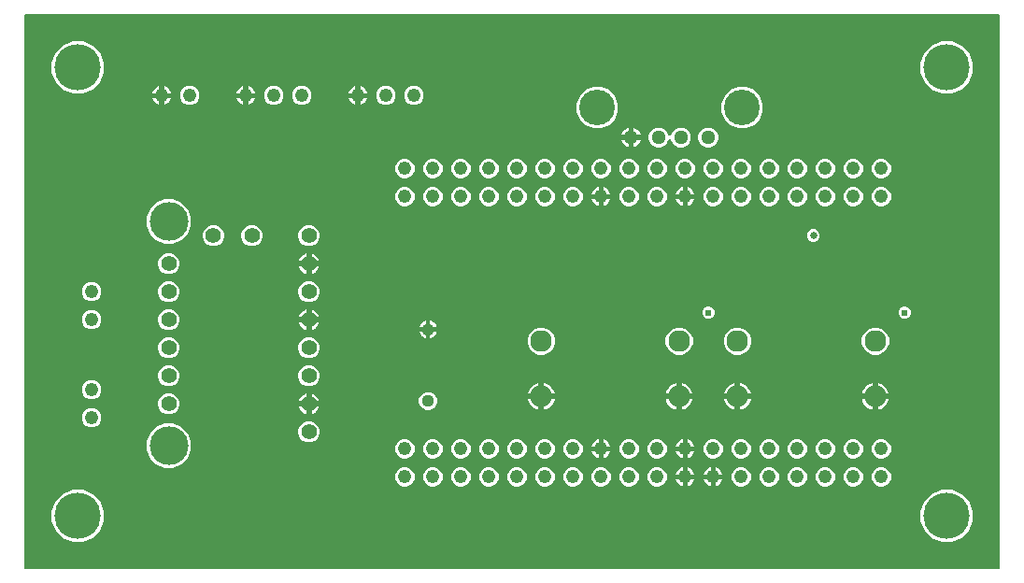
<source format=gbr>
G04 EAGLE Gerber RS-274X export*
G75*
%MOMM*%
%FSLAX34Y34*%
%LPD*%
%INCopper Layer 2*%
%IPPOS*%
%AMOC8*
5,1,8,0,0,1.08239X$1,22.5*%
G01*
%ADD10C,1.244600*%
%ADD11C,1.960000*%
%ADD12C,1.120000*%
%ADD13C,1.288000*%
%ADD14C,3.220000*%
%ADD15C,1.400000*%
%ADD16C,3.500000*%
%ADD17C,4.191000*%
%ADD18C,0.609600*%
%ADD19C,0.654800*%

G36*
X1012308Y2556D02*
X1012308Y2556D01*
X1012427Y2563D01*
X1012465Y2576D01*
X1012506Y2581D01*
X1012616Y2624D01*
X1012729Y2661D01*
X1012764Y2683D01*
X1012801Y2698D01*
X1012897Y2767D01*
X1012998Y2831D01*
X1013026Y2861D01*
X1013059Y2884D01*
X1013135Y2976D01*
X1013216Y3063D01*
X1013236Y3098D01*
X1013261Y3129D01*
X1013312Y3237D01*
X1013370Y3341D01*
X1013380Y3381D01*
X1013397Y3417D01*
X1013419Y3534D01*
X1013449Y3649D01*
X1013453Y3709D01*
X1013457Y3729D01*
X1013455Y3750D01*
X1013459Y3810D01*
X1013459Y504190D01*
X1013444Y504308D01*
X1013437Y504427D01*
X1013424Y504465D01*
X1013419Y504506D01*
X1013376Y504616D01*
X1013339Y504729D01*
X1013317Y504764D01*
X1013302Y504801D01*
X1013233Y504897D01*
X1013169Y504998D01*
X1013139Y505026D01*
X1013116Y505059D01*
X1013024Y505135D01*
X1012937Y505216D01*
X1012902Y505236D01*
X1012871Y505261D01*
X1012763Y505312D01*
X1012659Y505370D01*
X1012619Y505380D01*
X1012583Y505397D01*
X1012466Y505419D01*
X1012351Y505449D01*
X1012291Y505453D01*
X1012271Y505457D01*
X1012250Y505455D01*
X1012190Y505459D01*
X130810Y505459D01*
X130692Y505444D01*
X130573Y505437D01*
X130535Y505424D01*
X130494Y505419D01*
X130384Y505376D01*
X130271Y505339D01*
X130236Y505317D01*
X130199Y505302D01*
X130103Y505233D01*
X130002Y505169D01*
X129974Y505139D01*
X129941Y505116D01*
X129865Y505024D01*
X129784Y504937D01*
X129764Y504902D01*
X129739Y504871D01*
X129688Y504763D01*
X129630Y504659D01*
X129620Y504619D01*
X129603Y504583D01*
X129581Y504466D01*
X129551Y504351D01*
X129547Y504291D01*
X129543Y504271D01*
X129545Y504250D01*
X129541Y504190D01*
X129541Y3810D01*
X129556Y3692D01*
X129563Y3573D01*
X129576Y3535D01*
X129581Y3494D01*
X129624Y3384D01*
X129661Y3271D01*
X129683Y3236D01*
X129698Y3199D01*
X129767Y3103D01*
X129831Y3002D01*
X129861Y2974D01*
X129884Y2941D01*
X129976Y2865D01*
X130063Y2784D01*
X130098Y2764D01*
X130129Y2739D01*
X130237Y2688D01*
X130341Y2630D01*
X130381Y2620D01*
X130417Y2603D01*
X130534Y2581D01*
X130649Y2551D01*
X130709Y2547D01*
X130729Y2543D01*
X130750Y2545D01*
X130810Y2541D01*
X1012190Y2541D01*
X1012308Y2556D01*
G37*
%LPC*%
G36*
X960526Y433704D02*
X960526Y433704D01*
X951891Y437281D01*
X945281Y443891D01*
X941704Y452526D01*
X941704Y461874D01*
X945281Y470509D01*
X951891Y477119D01*
X960526Y480696D01*
X969874Y480696D01*
X978509Y477119D01*
X985119Y470509D01*
X988696Y461874D01*
X988696Y452526D01*
X985119Y443891D01*
X978509Y437281D01*
X969874Y433704D01*
X960526Y433704D01*
G37*
%LPD*%
%LPC*%
G36*
X173126Y433704D02*
X173126Y433704D01*
X164491Y437281D01*
X157881Y443891D01*
X154304Y452526D01*
X154304Y461874D01*
X157881Y470509D01*
X164491Y477119D01*
X173126Y480696D01*
X182474Y480696D01*
X191109Y477119D01*
X197719Y470509D01*
X201296Y461874D01*
X201296Y452526D01*
X197719Y443891D01*
X191109Y437281D01*
X182474Y433704D01*
X173126Y433704D01*
G37*
%LPD*%
%LPC*%
G36*
X173126Y27304D02*
X173126Y27304D01*
X164491Y30881D01*
X157881Y37491D01*
X154304Y46126D01*
X154304Y55474D01*
X157881Y64109D01*
X164491Y70719D01*
X173126Y74296D01*
X182474Y74296D01*
X191109Y70719D01*
X197719Y64109D01*
X201296Y55474D01*
X201296Y46126D01*
X197719Y37491D01*
X191109Y30881D01*
X182474Y27304D01*
X173126Y27304D01*
G37*
%LPD*%
%LPC*%
G36*
X960526Y27304D02*
X960526Y27304D01*
X951891Y30881D01*
X945281Y37491D01*
X941704Y46126D01*
X941704Y55474D01*
X945281Y64109D01*
X951891Y70719D01*
X960526Y74296D01*
X969874Y74296D01*
X978509Y70719D01*
X985119Y64109D01*
X988696Y55474D01*
X988696Y46126D01*
X985119Y37491D01*
X978509Y30881D01*
X969874Y27304D01*
X960526Y27304D01*
G37*
%LPD*%
%LPC*%
G36*
X256364Y297459D02*
X256364Y297459D01*
X248998Y300510D01*
X243360Y306148D01*
X240309Y313514D01*
X240309Y321486D01*
X243360Y328852D01*
X248998Y334490D01*
X256364Y337541D01*
X264336Y337541D01*
X271702Y334490D01*
X277340Y328852D01*
X280391Y321486D01*
X280391Y313514D01*
X277340Y306148D01*
X271702Y300510D01*
X264336Y297459D01*
X256364Y297459D01*
G37*
%LPD*%
%LPC*%
G36*
X256364Y94259D02*
X256364Y94259D01*
X248998Y97310D01*
X243360Y102948D01*
X240309Y110314D01*
X240309Y118286D01*
X243360Y125652D01*
X248998Y131290D01*
X256364Y134341D01*
X264336Y134341D01*
X271702Y131290D01*
X277340Y125652D01*
X280391Y118286D01*
X280391Y110314D01*
X277340Y102948D01*
X271702Y97310D01*
X264336Y94259D01*
X256364Y94259D01*
G37*
%LPD*%
%LPC*%
G36*
X776292Y402159D02*
X776292Y402159D01*
X769441Y404997D01*
X764197Y410241D01*
X761359Y417092D01*
X761359Y424508D01*
X764197Y431359D01*
X769441Y436603D01*
X776292Y439441D01*
X783708Y439441D01*
X790559Y436603D01*
X795803Y431359D01*
X798641Y424508D01*
X798641Y417092D01*
X795803Y410241D01*
X790559Y404997D01*
X783708Y402159D01*
X776292Y402159D01*
G37*
%LPD*%
%LPC*%
G36*
X644892Y402159D02*
X644892Y402159D01*
X638041Y404997D01*
X632797Y410241D01*
X629959Y417092D01*
X629959Y424508D01*
X632797Y431359D01*
X638041Y436603D01*
X644892Y439441D01*
X652308Y439441D01*
X659159Y436603D01*
X664403Y431359D01*
X667241Y424508D01*
X667241Y417092D01*
X664403Y410241D01*
X659159Y404997D01*
X652308Y402159D01*
X644892Y402159D01*
G37*
%LPD*%
%LPC*%
G36*
X702514Y384719D02*
X702514Y384719D01*
X699213Y386086D01*
X696686Y388613D01*
X695319Y391914D01*
X695319Y395486D01*
X696686Y398787D01*
X699213Y401314D01*
X702514Y402681D01*
X706086Y402681D01*
X709387Y401314D01*
X711914Y398787D01*
X713127Y395857D01*
X713196Y395736D01*
X713261Y395613D01*
X713275Y395598D01*
X713285Y395580D01*
X713382Y395480D01*
X713475Y395378D01*
X713492Y395367D01*
X713506Y395352D01*
X713625Y395279D01*
X713741Y395203D01*
X713760Y395196D01*
X713777Y395186D01*
X713910Y395145D01*
X714042Y395100D01*
X714062Y395098D01*
X714081Y395092D01*
X714220Y395085D01*
X714359Y395074D01*
X714379Y395078D01*
X714399Y395077D01*
X714535Y395105D01*
X714672Y395129D01*
X714691Y395137D01*
X714710Y395141D01*
X714836Y395203D01*
X714962Y395259D01*
X714978Y395272D01*
X714996Y395281D01*
X715102Y395371D01*
X715210Y395458D01*
X715223Y395474D01*
X715238Y395487D01*
X715318Y395601D01*
X715402Y395712D01*
X715414Y395737D01*
X715421Y395747D01*
X715428Y395767D01*
X715473Y395857D01*
X716686Y398787D01*
X719213Y401314D01*
X722514Y402681D01*
X726086Y402681D01*
X729387Y401314D01*
X731914Y398787D01*
X733281Y395486D01*
X733281Y391914D01*
X731914Y388613D01*
X729387Y386086D01*
X726086Y384719D01*
X722514Y384719D01*
X719213Y386086D01*
X716686Y388613D01*
X715473Y391543D01*
X715404Y391664D01*
X715339Y391787D01*
X715325Y391802D01*
X715315Y391820D01*
X715218Y391920D01*
X715125Y392022D01*
X715108Y392034D01*
X715094Y392048D01*
X714976Y392121D01*
X714859Y392197D01*
X714840Y392204D01*
X714823Y392214D01*
X714690Y392255D01*
X714558Y392300D01*
X714538Y392302D01*
X714519Y392308D01*
X714380Y392315D01*
X714241Y392326D01*
X714221Y392322D01*
X714201Y392323D01*
X714065Y392295D01*
X713928Y392271D01*
X713909Y392263D01*
X713890Y392259D01*
X713765Y392198D01*
X713638Y392141D01*
X713622Y392128D01*
X713604Y392119D01*
X713498Y392029D01*
X713390Y391942D01*
X713377Y391926D01*
X713362Y391913D01*
X713282Y391799D01*
X713198Y391688D01*
X713186Y391663D01*
X713179Y391653D01*
X713172Y391633D01*
X713127Y391543D01*
X711914Y388613D01*
X709387Y386086D01*
X706086Y384719D01*
X702514Y384719D01*
G37*
%LPD*%
%LPC*%
G36*
X898245Y196809D02*
X898245Y196809D01*
X893710Y198688D01*
X890238Y202160D01*
X888359Y206695D01*
X888359Y211605D01*
X890238Y216140D01*
X893710Y219612D01*
X898245Y221491D01*
X903155Y221491D01*
X907690Y219612D01*
X911162Y216140D01*
X913041Y211605D01*
X913041Y206695D01*
X911162Y202160D01*
X907690Y198688D01*
X903155Y196809D01*
X898245Y196809D01*
G37*
%LPD*%
%LPC*%
G36*
X595445Y196809D02*
X595445Y196809D01*
X590910Y198688D01*
X587438Y202160D01*
X585559Y206695D01*
X585559Y211605D01*
X587438Y216140D01*
X590910Y219612D01*
X595445Y221491D01*
X600355Y221491D01*
X604890Y219612D01*
X608362Y216140D01*
X610241Y211605D01*
X610241Y206695D01*
X608362Y202160D01*
X604890Y198688D01*
X600355Y196809D01*
X595445Y196809D01*
G37*
%LPD*%
%LPC*%
G36*
X720445Y196809D02*
X720445Y196809D01*
X715910Y198688D01*
X712438Y202160D01*
X710559Y206695D01*
X710559Y211605D01*
X712438Y216140D01*
X715910Y219612D01*
X720445Y221491D01*
X725355Y221491D01*
X729890Y219612D01*
X733362Y216140D01*
X735241Y211605D01*
X735241Y206695D01*
X733362Y202160D01*
X729890Y198688D01*
X725355Y196809D01*
X720445Y196809D01*
G37*
%LPD*%
%LPC*%
G36*
X773245Y196809D02*
X773245Y196809D01*
X768710Y198688D01*
X765238Y202160D01*
X763359Y206695D01*
X763359Y211605D01*
X765238Y216140D01*
X768710Y219612D01*
X773245Y221491D01*
X778155Y221491D01*
X782690Y219612D01*
X786162Y216140D01*
X788041Y211605D01*
X788041Y206695D01*
X786162Y202160D01*
X782690Y198688D01*
X778155Y196809D01*
X773245Y196809D01*
G37*
%LPD*%
%LPC*%
G36*
X385452Y193659D02*
X385452Y193659D01*
X381946Y195112D01*
X379262Y197796D01*
X377809Y201302D01*
X377809Y205098D01*
X379262Y208604D01*
X381946Y211288D01*
X385452Y212741D01*
X389248Y212741D01*
X392754Y211288D01*
X395438Y208604D01*
X396891Y205098D01*
X396891Y201302D01*
X395438Y197796D01*
X392754Y195112D01*
X389248Y193659D01*
X385452Y193659D01*
G37*
%LPD*%
%LPC*%
G36*
X258452Y142859D02*
X258452Y142859D01*
X254946Y144312D01*
X252262Y146996D01*
X250809Y150502D01*
X250809Y154298D01*
X252262Y157804D01*
X254946Y160488D01*
X258452Y161941D01*
X262248Y161941D01*
X265754Y160488D01*
X268438Y157804D01*
X269891Y154298D01*
X269891Y150502D01*
X268438Y146996D01*
X265754Y144312D01*
X262248Y142859D01*
X258452Y142859D01*
G37*
%LPD*%
%LPC*%
G36*
X258452Y193659D02*
X258452Y193659D01*
X254946Y195112D01*
X252262Y197796D01*
X250809Y201302D01*
X250809Y205098D01*
X252262Y208604D01*
X254946Y211288D01*
X258452Y212741D01*
X262248Y212741D01*
X265754Y211288D01*
X268438Y208604D01*
X269891Y205098D01*
X269891Y201302D01*
X268438Y197796D01*
X265754Y195112D01*
X262248Y193659D01*
X258452Y193659D01*
G37*
%LPD*%
%LPC*%
G36*
X258452Y168259D02*
X258452Y168259D01*
X254946Y169712D01*
X252262Y172396D01*
X250809Y175902D01*
X250809Y179698D01*
X252262Y183204D01*
X254946Y185888D01*
X258452Y187341D01*
X262248Y187341D01*
X265754Y185888D01*
X268438Y183204D01*
X269891Y179698D01*
X269891Y175902D01*
X268438Y172396D01*
X265754Y169712D01*
X262248Y168259D01*
X258452Y168259D01*
G37*
%LPD*%
%LPC*%
G36*
X258452Y219059D02*
X258452Y219059D01*
X254946Y220512D01*
X252262Y223196D01*
X250809Y226702D01*
X250809Y230498D01*
X252262Y234004D01*
X254946Y236688D01*
X258452Y238141D01*
X262248Y238141D01*
X265754Y236688D01*
X268438Y234004D01*
X269891Y230498D01*
X269891Y226702D01*
X268438Y223196D01*
X265754Y220512D01*
X262248Y219059D01*
X258452Y219059D01*
G37*
%LPD*%
%LPC*%
G36*
X258452Y244459D02*
X258452Y244459D01*
X254946Y245912D01*
X252262Y248596D01*
X250809Y252102D01*
X250809Y255898D01*
X252262Y259404D01*
X254946Y262088D01*
X258452Y263541D01*
X262248Y263541D01*
X265754Y262088D01*
X268438Y259404D01*
X269891Y255898D01*
X269891Y252102D01*
X268438Y248596D01*
X265754Y245912D01*
X262248Y244459D01*
X258452Y244459D01*
G37*
%LPD*%
%LPC*%
G36*
X385452Y244459D02*
X385452Y244459D01*
X381946Y245912D01*
X379262Y248596D01*
X377809Y252102D01*
X377809Y255898D01*
X379262Y259404D01*
X381946Y262088D01*
X385452Y263541D01*
X389248Y263541D01*
X392754Y262088D01*
X395438Y259404D01*
X396891Y255898D01*
X396891Y252102D01*
X395438Y248596D01*
X392754Y245912D01*
X389248Y244459D01*
X385452Y244459D01*
G37*
%LPD*%
%LPC*%
G36*
X258452Y269859D02*
X258452Y269859D01*
X254946Y271312D01*
X252262Y273996D01*
X250809Y277502D01*
X250809Y281298D01*
X252262Y284804D01*
X254946Y287488D01*
X258452Y288941D01*
X262248Y288941D01*
X265754Y287488D01*
X268438Y284804D01*
X269891Y281298D01*
X269891Y277502D01*
X268438Y273996D01*
X265754Y271312D01*
X262248Y269859D01*
X258452Y269859D01*
G37*
%LPD*%
%LPC*%
G36*
X385452Y117459D02*
X385452Y117459D01*
X381946Y118912D01*
X379262Y121596D01*
X377809Y125102D01*
X377809Y128898D01*
X379262Y132404D01*
X381946Y135088D01*
X385452Y136541D01*
X389248Y136541D01*
X392754Y135088D01*
X395438Y132404D01*
X396891Y128898D01*
X396891Y125102D01*
X395438Y121596D01*
X392754Y118912D01*
X389248Y117459D01*
X385452Y117459D01*
G37*
%LPD*%
%LPC*%
G36*
X385452Y168259D02*
X385452Y168259D01*
X381946Y169712D01*
X379262Y172396D01*
X377809Y175902D01*
X377809Y179698D01*
X379262Y183204D01*
X381946Y185888D01*
X385452Y187341D01*
X389248Y187341D01*
X392754Y185888D01*
X395438Y183204D01*
X396891Y179698D01*
X396891Y175902D01*
X395438Y172396D01*
X392754Y169712D01*
X389248Y168259D01*
X385452Y168259D01*
G37*
%LPD*%
%LPC*%
G36*
X298872Y295259D02*
X298872Y295259D01*
X295366Y296712D01*
X292682Y299396D01*
X291229Y302902D01*
X291229Y306698D01*
X292682Y310204D01*
X295366Y312888D01*
X298872Y314341D01*
X302668Y314341D01*
X306174Y312888D01*
X308858Y310204D01*
X310311Y306698D01*
X310311Y302902D01*
X308858Y299396D01*
X306174Y296712D01*
X302668Y295259D01*
X298872Y295259D01*
G37*
%LPD*%
%LPC*%
G36*
X333872Y295259D02*
X333872Y295259D01*
X330366Y296712D01*
X327682Y299396D01*
X326229Y302902D01*
X326229Y306698D01*
X327682Y310204D01*
X330366Y312888D01*
X333872Y314341D01*
X337668Y314341D01*
X341174Y312888D01*
X343858Y310204D01*
X345311Y306698D01*
X345311Y302902D01*
X343858Y299396D01*
X341174Y296712D01*
X337668Y295259D01*
X333872Y295259D01*
G37*
%LPD*%
%LPC*%
G36*
X385452Y295259D02*
X385452Y295259D01*
X381946Y296712D01*
X379262Y299396D01*
X377809Y302902D01*
X377809Y306698D01*
X379262Y310204D01*
X381946Y312888D01*
X385452Y314341D01*
X389248Y314341D01*
X392754Y312888D01*
X395438Y310204D01*
X396891Y306698D01*
X396891Y302902D01*
X395438Y299396D01*
X392754Y296712D01*
X389248Y295259D01*
X385452Y295259D01*
G37*
%LPD*%
%LPC*%
G36*
X747514Y384719D02*
X747514Y384719D01*
X744213Y386086D01*
X741686Y388613D01*
X740319Y391914D01*
X740319Y395486D01*
X741686Y398787D01*
X744213Y401314D01*
X747514Y402681D01*
X751086Y402681D01*
X754387Y401314D01*
X756914Y398787D01*
X758281Y395486D01*
X758281Y391914D01*
X756914Y388613D01*
X754387Y386086D01*
X751086Y384719D01*
X747514Y384719D01*
G37*
%LPD*%
%LPC*%
G36*
X624957Y356736D02*
X624957Y356736D01*
X621736Y358070D01*
X619270Y360536D01*
X617936Y363757D01*
X617936Y367243D01*
X619270Y370464D01*
X621736Y372930D01*
X624957Y374264D01*
X628443Y374264D01*
X631664Y372930D01*
X634130Y370464D01*
X635464Y367243D01*
X635464Y363757D01*
X634130Y360536D01*
X631664Y358070D01*
X628443Y356736D01*
X624957Y356736D01*
G37*
%LPD*%
%LPC*%
G36*
X599557Y356736D02*
X599557Y356736D01*
X596336Y358070D01*
X593870Y360536D01*
X592536Y363757D01*
X592536Y367243D01*
X593870Y370464D01*
X596336Y372930D01*
X599557Y374264D01*
X603043Y374264D01*
X606264Y372930D01*
X608730Y370464D01*
X610064Y367243D01*
X610064Y363757D01*
X608730Y360536D01*
X606264Y358070D01*
X603043Y356736D01*
X599557Y356736D01*
G37*
%LPD*%
%LPC*%
G36*
X904357Y356736D02*
X904357Y356736D01*
X901136Y358070D01*
X898670Y360536D01*
X897336Y363757D01*
X897336Y367243D01*
X898670Y370464D01*
X901136Y372930D01*
X904357Y374264D01*
X907843Y374264D01*
X911064Y372930D01*
X913530Y370464D01*
X914864Y367243D01*
X914864Y363757D01*
X913530Y360536D01*
X911064Y358070D01*
X907843Y356736D01*
X904357Y356736D01*
G37*
%LPD*%
%LPC*%
G36*
X878957Y356736D02*
X878957Y356736D01*
X875736Y358070D01*
X873270Y360536D01*
X871936Y363757D01*
X871936Y367243D01*
X873270Y370464D01*
X875736Y372930D01*
X878957Y374264D01*
X882443Y374264D01*
X885664Y372930D01*
X888130Y370464D01*
X889464Y367243D01*
X889464Y363757D01*
X888130Y360536D01*
X885664Y358070D01*
X882443Y356736D01*
X878957Y356736D01*
G37*
%LPD*%
%LPC*%
G36*
X853557Y356736D02*
X853557Y356736D01*
X850336Y358070D01*
X847870Y360536D01*
X846536Y363757D01*
X846536Y367243D01*
X847870Y370464D01*
X850336Y372930D01*
X853557Y374264D01*
X857043Y374264D01*
X860264Y372930D01*
X862730Y370464D01*
X864064Y367243D01*
X864064Y363757D01*
X862730Y360536D01*
X860264Y358070D01*
X857043Y356736D01*
X853557Y356736D01*
G37*
%LPD*%
%LPC*%
G36*
X828157Y356736D02*
X828157Y356736D01*
X824936Y358070D01*
X822470Y360536D01*
X821136Y363757D01*
X821136Y367243D01*
X822470Y370464D01*
X824936Y372930D01*
X828157Y374264D01*
X831643Y374264D01*
X834864Y372930D01*
X837330Y370464D01*
X838664Y367243D01*
X838664Y363757D01*
X837330Y360536D01*
X834864Y358070D01*
X831643Y356736D01*
X828157Y356736D01*
G37*
%LPD*%
%LPC*%
G36*
X802757Y356736D02*
X802757Y356736D01*
X799536Y358070D01*
X797070Y360536D01*
X795736Y363757D01*
X795736Y367243D01*
X797070Y370464D01*
X799536Y372930D01*
X802757Y374264D01*
X806243Y374264D01*
X809464Y372930D01*
X811930Y370464D01*
X813264Y367243D01*
X813264Y363757D01*
X811930Y360536D01*
X809464Y358070D01*
X806243Y356736D01*
X802757Y356736D01*
G37*
%LPD*%
%LPC*%
G36*
X777357Y356736D02*
X777357Y356736D01*
X774136Y358070D01*
X771670Y360536D01*
X770336Y363757D01*
X770336Y367243D01*
X771670Y370464D01*
X774136Y372930D01*
X777357Y374264D01*
X780843Y374264D01*
X784064Y372930D01*
X786530Y370464D01*
X787864Y367243D01*
X787864Y363757D01*
X786530Y360536D01*
X784064Y358070D01*
X780843Y356736D01*
X777357Y356736D01*
G37*
%LPD*%
%LPC*%
G36*
X751957Y356736D02*
X751957Y356736D01*
X748736Y358070D01*
X746270Y360536D01*
X744936Y363757D01*
X744936Y367243D01*
X746270Y370464D01*
X748736Y372930D01*
X751957Y374264D01*
X755443Y374264D01*
X758664Y372930D01*
X761130Y370464D01*
X762464Y367243D01*
X762464Y363757D01*
X761130Y360536D01*
X758664Y358070D01*
X755443Y356736D01*
X751957Y356736D01*
G37*
%LPD*%
%LPC*%
G36*
X726557Y356736D02*
X726557Y356736D01*
X723336Y358070D01*
X720870Y360536D01*
X719536Y363757D01*
X719536Y367243D01*
X720870Y370464D01*
X723336Y372930D01*
X726557Y374264D01*
X730043Y374264D01*
X733264Y372930D01*
X735730Y370464D01*
X737064Y367243D01*
X737064Y363757D01*
X735730Y360536D01*
X733264Y358070D01*
X730043Y356736D01*
X726557Y356736D01*
G37*
%LPD*%
%LPC*%
G36*
X701157Y356736D02*
X701157Y356736D01*
X697936Y358070D01*
X695470Y360536D01*
X694136Y363757D01*
X694136Y367243D01*
X695470Y370464D01*
X697936Y372930D01*
X701157Y374264D01*
X704643Y374264D01*
X707864Y372930D01*
X710330Y370464D01*
X711664Y367243D01*
X711664Y363757D01*
X710330Y360536D01*
X707864Y358070D01*
X704643Y356736D01*
X701157Y356736D01*
G37*
%LPD*%
%LPC*%
G36*
X675757Y356736D02*
X675757Y356736D01*
X672536Y358070D01*
X670070Y360536D01*
X668736Y363757D01*
X668736Y367243D01*
X670070Y370464D01*
X672536Y372930D01*
X675757Y374264D01*
X679243Y374264D01*
X682464Y372930D01*
X684930Y370464D01*
X686264Y367243D01*
X686264Y363757D01*
X684930Y360536D01*
X682464Y358070D01*
X679243Y356736D01*
X675757Y356736D01*
G37*
%LPD*%
%LPC*%
G36*
X650357Y356736D02*
X650357Y356736D01*
X647136Y358070D01*
X644670Y360536D01*
X643336Y363757D01*
X643336Y367243D01*
X644670Y370464D01*
X647136Y372930D01*
X650357Y374264D01*
X653843Y374264D01*
X657064Y372930D01*
X659530Y370464D01*
X660864Y367243D01*
X660864Y363757D01*
X659530Y360536D01*
X657064Y358070D01*
X653843Y356736D01*
X650357Y356736D01*
G37*
%LPD*%
%LPC*%
G36*
X497957Y356736D02*
X497957Y356736D01*
X494736Y358070D01*
X492270Y360536D01*
X490936Y363757D01*
X490936Y367243D01*
X492270Y370464D01*
X494736Y372930D01*
X497957Y374264D01*
X501443Y374264D01*
X504664Y372930D01*
X507130Y370464D01*
X508464Y367243D01*
X508464Y363757D01*
X507130Y360536D01*
X504664Y358070D01*
X501443Y356736D01*
X497957Y356736D01*
G37*
%LPD*%
%LPC*%
G36*
X472557Y356736D02*
X472557Y356736D01*
X469336Y358070D01*
X466870Y360536D01*
X465536Y363757D01*
X465536Y367243D01*
X466870Y370464D01*
X469336Y372930D01*
X472557Y374264D01*
X476043Y374264D01*
X479264Y372930D01*
X481730Y370464D01*
X483064Y367243D01*
X483064Y363757D01*
X481730Y360536D01*
X479264Y358070D01*
X476043Y356736D01*
X472557Y356736D01*
G37*
%LPD*%
%LPC*%
G36*
X574157Y356736D02*
X574157Y356736D01*
X570936Y358070D01*
X568470Y360536D01*
X567136Y363757D01*
X567136Y367243D01*
X568470Y370464D01*
X570936Y372930D01*
X574157Y374264D01*
X577643Y374264D01*
X580864Y372930D01*
X583330Y370464D01*
X584664Y367243D01*
X584664Y363757D01*
X583330Y360536D01*
X580864Y358070D01*
X577643Y356736D01*
X574157Y356736D01*
G37*
%LPD*%
%LPC*%
G36*
X548757Y356736D02*
X548757Y356736D01*
X545536Y358070D01*
X543070Y360536D01*
X541736Y363757D01*
X541736Y367243D01*
X543070Y370464D01*
X545536Y372930D01*
X548757Y374264D01*
X552243Y374264D01*
X555464Y372930D01*
X557930Y370464D01*
X559264Y367243D01*
X559264Y363757D01*
X557930Y360536D01*
X555464Y358070D01*
X552243Y356736D01*
X548757Y356736D01*
G37*
%LPD*%
%LPC*%
G36*
X523357Y356736D02*
X523357Y356736D01*
X520136Y358070D01*
X517670Y360536D01*
X516336Y363757D01*
X516336Y367243D01*
X517670Y370464D01*
X520136Y372930D01*
X523357Y374264D01*
X526843Y374264D01*
X530064Y372930D01*
X532530Y370464D01*
X533864Y367243D01*
X533864Y363757D01*
X532530Y360536D01*
X530064Y358070D01*
X526843Y356736D01*
X523357Y356736D01*
G37*
%LPD*%
%LPC*%
G36*
X599557Y331336D02*
X599557Y331336D01*
X596336Y332670D01*
X593870Y335136D01*
X592536Y338357D01*
X592536Y341843D01*
X593870Y345064D01*
X596336Y347530D01*
X599557Y348864D01*
X603043Y348864D01*
X606264Y347530D01*
X608730Y345064D01*
X610064Y341843D01*
X610064Y338357D01*
X608730Y335136D01*
X606264Y332670D01*
X603043Y331336D01*
X599557Y331336D01*
G37*
%LPD*%
%LPC*%
G36*
X574157Y331336D02*
X574157Y331336D01*
X570936Y332670D01*
X568470Y335136D01*
X567136Y338357D01*
X567136Y341843D01*
X568470Y345064D01*
X570936Y347530D01*
X574157Y348864D01*
X577643Y348864D01*
X580864Y347530D01*
X583330Y345064D01*
X584664Y341843D01*
X584664Y338357D01*
X583330Y335136D01*
X580864Y332670D01*
X577643Y331336D01*
X574157Y331336D01*
G37*
%LPD*%
%LPC*%
G36*
X904357Y331336D02*
X904357Y331336D01*
X901136Y332670D01*
X898670Y335136D01*
X897336Y338357D01*
X897336Y341843D01*
X898670Y345064D01*
X901136Y347530D01*
X904357Y348864D01*
X907843Y348864D01*
X911064Y347530D01*
X913530Y345064D01*
X914864Y341843D01*
X914864Y338357D01*
X913530Y335136D01*
X911064Y332670D01*
X907843Y331336D01*
X904357Y331336D01*
G37*
%LPD*%
%LPC*%
G36*
X878957Y331336D02*
X878957Y331336D01*
X875736Y332670D01*
X873270Y335136D01*
X871936Y338357D01*
X871936Y341843D01*
X873270Y345064D01*
X875736Y347530D01*
X878957Y348864D01*
X882443Y348864D01*
X885664Y347530D01*
X888130Y345064D01*
X889464Y341843D01*
X889464Y338357D01*
X888130Y335136D01*
X885664Y332670D01*
X882443Y331336D01*
X878957Y331336D01*
G37*
%LPD*%
%LPC*%
G36*
X853557Y331336D02*
X853557Y331336D01*
X850336Y332670D01*
X847870Y335136D01*
X846536Y338357D01*
X846536Y341843D01*
X847870Y345064D01*
X850336Y347530D01*
X853557Y348864D01*
X857043Y348864D01*
X860264Y347530D01*
X862730Y345064D01*
X864064Y341843D01*
X864064Y338357D01*
X862730Y335136D01*
X860264Y332670D01*
X857043Y331336D01*
X853557Y331336D01*
G37*
%LPD*%
%LPC*%
G36*
X828157Y331336D02*
X828157Y331336D01*
X824936Y332670D01*
X822470Y335136D01*
X821136Y338357D01*
X821136Y341843D01*
X822470Y345064D01*
X824936Y347530D01*
X828157Y348864D01*
X831643Y348864D01*
X834864Y347530D01*
X837330Y345064D01*
X838664Y341843D01*
X838664Y338357D01*
X837330Y335136D01*
X834864Y332670D01*
X831643Y331336D01*
X828157Y331336D01*
G37*
%LPD*%
%LPC*%
G36*
X802757Y331336D02*
X802757Y331336D01*
X799536Y332670D01*
X797070Y335136D01*
X795736Y338357D01*
X795736Y341843D01*
X797070Y345064D01*
X799536Y347530D01*
X802757Y348864D01*
X806243Y348864D01*
X809464Y347530D01*
X811930Y345064D01*
X813264Y341843D01*
X813264Y338357D01*
X811930Y335136D01*
X809464Y332670D01*
X806243Y331336D01*
X802757Y331336D01*
G37*
%LPD*%
%LPC*%
G36*
X777357Y331336D02*
X777357Y331336D01*
X774136Y332670D01*
X771670Y335136D01*
X770336Y338357D01*
X770336Y341843D01*
X771670Y345064D01*
X774136Y347530D01*
X777357Y348864D01*
X780843Y348864D01*
X784064Y347530D01*
X786530Y345064D01*
X787864Y341843D01*
X787864Y338357D01*
X786530Y335136D01*
X784064Y332670D01*
X780843Y331336D01*
X777357Y331336D01*
G37*
%LPD*%
%LPC*%
G36*
X751957Y331336D02*
X751957Y331336D01*
X748736Y332670D01*
X746270Y335136D01*
X744936Y338357D01*
X744936Y341843D01*
X746270Y345064D01*
X748736Y347530D01*
X751957Y348864D01*
X755443Y348864D01*
X758664Y347530D01*
X761130Y345064D01*
X762464Y341843D01*
X762464Y338357D01*
X761130Y335136D01*
X758664Y332670D01*
X755443Y331336D01*
X751957Y331336D01*
G37*
%LPD*%
%LPC*%
G36*
X701157Y331336D02*
X701157Y331336D01*
X697936Y332670D01*
X695470Y335136D01*
X694136Y338357D01*
X694136Y341843D01*
X695470Y345064D01*
X697936Y347530D01*
X701157Y348864D01*
X704643Y348864D01*
X707864Y347530D01*
X710330Y345064D01*
X711664Y341843D01*
X711664Y338357D01*
X710330Y335136D01*
X707864Y332670D01*
X704643Y331336D01*
X701157Y331336D01*
G37*
%LPD*%
%LPC*%
G36*
X675757Y331336D02*
X675757Y331336D01*
X672536Y332670D01*
X670070Y335136D01*
X668736Y338357D01*
X668736Y341843D01*
X670070Y345064D01*
X672536Y347530D01*
X675757Y348864D01*
X679243Y348864D01*
X682464Y347530D01*
X684930Y345064D01*
X686264Y341843D01*
X686264Y338357D01*
X684930Y335136D01*
X682464Y332670D01*
X679243Y331336D01*
X675757Y331336D01*
G37*
%LPD*%
%LPC*%
G36*
X624957Y331336D02*
X624957Y331336D01*
X621736Y332670D01*
X619270Y335136D01*
X617936Y338357D01*
X617936Y341843D01*
X619270Y345064D01*
X621736Y347530D01*
X624957Y348864D01*
X628443Y348864D01*
X631664Y347530D01*
X634130Y345064D01*
X635464Y341843D01*
X635464Y338357D01*
X634130Y335136D01*
X631664Y332670D01*
X628443Y331336D01*
X624957Y331336D01*
G37*
%LPD*%
%LPC*%
G36*
X548757Y331336D02*
X548757Y331336D01*
X545536Y332670D01*
X543070Y335136D01*
X541736Y338357D01*
X541736Y341843D01*
X543070Y345064D01*
X545536Y347530D01*
X548757Y348864D01*
X552243Y348864D01*
X555464Y347530D01*
X557930Y345064D01*
X559264Y341843D01*
X559264Y338357D01*
X557930Y335136D01*
X555464Y332670D01*
X552243Y331336D01*
X548757Y331336D01*
G37*
%LPD*%
%LPC*%
G36*
X523357Y331336D02*
X523357Y331336D01*
X520136Y332670D01*
X517670Y335136D01*
X516336Y338357D01*
X516336Y341843D01*
X517670Y345064D01*
X520136Y347530D01*
X523357Y348864D01*
X526843Y348864D01*
X530064Y347530D01*
X532530Y345064D01*
X533864Y341843D01*
X533864Y338357D01*
X532530Y335136D01*
X530064Y332670D01*
X526843Y331336D01*
X523357Y331336D01*
G37*
%LPD*%
%LPC*%
G36*
X497957Y331336D02*
X497957Y331336D01*
X494736Y332670D01*
X492270Y335136D01*
X490936Y338357D01*
X490936Y341843D01*
X492270Y345064D01*
X494736Y347530D01*
X497957Y348864D01*
X501443Y348864D01*
X504664Y347530D01*
X507130Y345064D01*
X508464Y341843D01*
X508464Y338357D01*
X507130Y335136D01*
X504664Y332670D01*
X501443Y331336D01*
X497957Y331336D01*
G37*
%LPD*%
%LPC*%
G36*
X472557Y331336D02*
X472557Y331336D01*
X469336Y332670D01*
X466870Y335136D01*
X465536Y338357D01*
X465536Y341843D01*
X466870Y345064D01*
X469336Y347530D01*
X472557Y348864D01*
X476043Y348864D01*
X479264Y347530D01*
X481730Y345064D01*
X483064Y341843D01*
X483064Y338357D01*
X481730Y335136D01*
X479264Y332670D01*
X476043Y331336D01*
X472557Y331336D01*
G37*
%LPD*%
%LPC*%
G36*
X904357Y77336D02*
X904357Y77336D01*
X901136Y78670D01*
X898670Y81136D01*
X897336Y84357D01*
X897336Y87843D01*
X898670Y91064D01*
X901136Y93530D01*
X904357Y94864D01*
X907843Y94864D01*
X911064Y93530D01*
X913530Y91064D01*
X914864Y87843D01*
X914864Y84357D01*
X913530Y81136D01*
X911064Y78670D01*
X907843Y77336D01*
X904357Y77336D01*
G37*
%LPD*%
%LPC*%
G36*
X472557Y102736D02*
X472557Y102736D01*
X469336Y104070D01*
X466870Y106536D01*
X465536Y109757D01*
X465536Y113243D01*
X466870Y116464D01*
X469336Y118930D01*
X472557Y120264D01*
X476043Y120264D01*
X479264Y118930D01*
X481730Y116464D01*
X483064Y113243D01*
X483064Y109757D01*
X481730Y106536D01*
X479264Y104070D01*
X476043Y102736D01*
X472557Y102736D01*
G37*
%LPD*%
%LPC*%
G36*
X497957Y102736D02*
X497957Y102736D01*
X494736Y104070D01*
X492270Y106536D01*
X490936Y109757D01*
X490936Y113243D01*
X492270Y116464D01*
X494736Y118930D01*
X497957Y120264D01*
X501443Y120264D01*
X504664Y118930D01*
X507130Y116464D01*
X508464Y113243D01*
X508464Y109757D01*
X507130Y106536D01*
X504664Y104070D01*
X501443Y102736D01*
X497957Y102736D01*
G37*
%LPD*%
%LPC*%
G36*
X523357Y102736D02*
X523357Y102736D01*
X520136Y104070D01*
X517670Y106536D01*
X516336Y109757D01*
X516336Y113243D01*
X517670Y116464D01*
X520136Y118930D01*
X523357Y120264D01*
X526843Y120264D01*
X530064Y118930D01*
X532530Y116464D01*
X533864Y113243D01*
X533864Y109757D01*
X532530Y106536D01*
X530064Y104070D01*
X526843Y102736D01*
X523357Y102736D01*
G37*
%LPD*%
%LPC*%
G36*
X548757Y102736D02*
X548757Y102736D01*
X545536Y104070D01*
X543070Y106536D01*
X541736Y109757D01*
X541736Y113243D01*
X543070Y116464D01*
X545536Y118930D01*
X548757Y120264D01*
X552243Y120264D01*
X555464Y118930D01*
X557930Y116464D01*
X559264Y113243D01*
X559264Y109757D01*
X557930Y106536D01*
X555464Y104070D01*
X552243Y102736D01*
X548757Y102736D01*
G37*
%LPD*%
%LPC*%
G36*
X574157Y102736D02*
X574157Y102736D01*
X570936Y104070D01*
X568470Y106536D01*
X567136Y109757D01*
X567136Y113243D01*
X568470Y116464D01*
X570936Y118930D01*
X574157Y120264D01*
X577643Y120264D01*
X580864Y118930D01*
X583330Y116464D01*
X584664Y113243D01*
X584664Y109757D01*
X583330Y106536D01*
X580864Y104070D01*
X577643Y102736D01*
X574157Y102736D01*
G37*
%LPD*%
%LPC*%
G36*
X599557Y102736D02*
X599557Y102736D01*
X596336Y104070D01*
X593870Y106536D01*
X592536Y109757D01*
X592536Y113243D01*
X593870Y116464D01*
X596336Y118930D01*
X599557Y120264D01*
X603043Y120264D01*
X606264Y118930D01*
X608730Y116464D01*
X610064Y113243D01*
X610064Y109757D01*
X608730Y106536D01*
X606264Y104070D01*
X603043Y102736D01*
X599557Y102736D01*
G37*
%LPD*%
%LPC*%
G36*
X624957Y102736D02*
X624957Y102736D01*
X621736Y104070D01*
X619270Y106536D01*
X617936Y109757D01*
X617936Y113243D01*
X619270Y116464D01*
X621736Y118930D01*
X624957Y120264D01*
X628443Y120264D01*
X631664Y118930D01*
X634130Y116464D01*
X635464Y113243D01*
X635464Y109757D01*
X634130Y106536D01*
X631664Y104070D01*
X628443Y102736D01*
X624957Y102736D01*
G37*
%LPD*%
%LPC*%
G36*
X878957Y77336D02*
X878957Y77336D01*
X875736Y78670D01*
X873270Y81136D01*
X871936Y84357D01*
X871936Y87843D01*
X873270Y91064D01*
X875736Y93530D01*
X878957Y94864D01*
X882443Y94864D01*
X885664Y93530D01*
X888130Y91064D01*
X889464Y87843D01*
X889464Y84357D01*
X888130Y81136D01*
X885664Y78670D01*
X882443Y77336D01*
X878957Y77336D01*
G37*
%LPD*%
%LPC*%
G36*
X853557Y77336D02*
X853557Y77336D01*
X850336Y78670D01*
X847870Y81136D01*
X846536Y84357D01*
X846536Y87843D01*
X847870Y91064D01*
X850336Y93530D01*
X853557Y94864D01*
X857043Y94864D01*
X860264Y93530D01*
X862730Y91064D01*
X864064Y87843D01*
X864064Y84357D01*
X862730Y81136D01*
X860264Y78670D01*
X857043Y77336D01*
X853557Y77336D01*
G37*
%LPD*%
%LPC*%
G36*
X828157Y77336D02*
X828157Y77336D01*
X824936Y78670D01*
X822470Y81136D01*
X821136Y84357D01*
X821136Y87843D01*
X822470Y91064D01*
X824936Y93530D01*
X828157Y94864D01*
X831643Y94864D01*
X834864Y93530D01*
X837330Y91064D01*
X838664Y87843D01*
X838664Y84357D01*
X837330Y81136D01*
X834864Y78670D01*
X831643Y77336D01*
X828157Y77336D01*
G37*
%LPD*%
%LPC*%
G36*
X802757Y77336D02*
X802757Y77336D01*
X799536Y78670D01*
X797070Y81136D01*
X795736Y84357D01*
X795736Y87843D01*
X797070Y91064D01*
X799536Y93530D01*
X802757Y94864D01*
X806243Y94864D01*
X809464Y93530D01*
X811930Y91064D01*
X813264Y87843D01*
X813264Y84357D01*
X811930Y81136D01*
X809464Y78670D01*
X806243Y77336D01*
X802757Y77336D01*
G37*
%LPD*%
%LPC*%
G36*
X188757Y130936D02*
X188757Y130936D01*
X185536Y132270D01*
X183070Y134736D01*
X181736Y137957D01*
X181736Y141443D01*
X183070Y144664D01*
X185536Y147130D01*
X188757Y148464D01*
X192243Y148464D01*
X195464Y147130D01*
X197930Y144664D01*
X199264Y141443D01*
X199264Y137957D01*
X197930Y134736D01*
X195464Y132270D01*
X192243Y130936D01*
X188757Y130936D01*
G37*
%LPD*%
%LPC*%
G36*
X777357Y77336D02*
X777357Y77336D01*
X774136Y78670D01*
X771670Y81136D01*
X770336Y84357D01*
X770336Y87843D01*
X771670Y91064D01*
X774136Y93530D01*
X777357Y94864D01*
X780843Y94864D01*
X784064Y93530D01*
X786530Y91064D01*
X787864Y87843D01*
X787864Y84357D01*
X786530Y81136D01*
X784064Y78670D01*
X780843Y77336D01*
X777357Y77336D01*
G37*
%LPD*%
%LPC*%
G36*
X480857Y423036D02*
X480857Y423036D01*
X477636Y424370D01*
X475170Y426836D01*
X473836Y430057D01*
X473836Y433543D01*
X475170Y436764D01*
X477636Y439230D01*
X480857Y440564D01*
X484343Y440564D01*
X487564Y439230D01*
X490030Y436764D01*
X491364Y433543D01*
X491364Y430057D01*
X490030Y426836D01*
X487564Y424370D01*
X484343Y423036D01*
X480857Y423036D01*
G37*
%LPD*%
%LPC*%
G36*
X675757Y102736D02*
X675757Y102736D01*
X672536Y104070D01*
X670070Y106536D01*
X668736Y109757D01*
X668736Y113243D01*
X670070Y116464D01*
X672536Y118930D01*
X675757Y120264D01*
X679243Y120264D01*
X682464Y118930D01*
X684930Y116464D01*
X686264Y113243D01*
X686264Y109757D01*
X684930Y106536D01*
X682464Y104070D01*
X679243Y102736D01*
X675757Y102736D01*
G37*
%LPD*%
%LPC*%
G36*
X701157Y102736D02*
X701157Y102736D01*
X697936Y104070D01*
X695470Y106536D01*
X694136Y109757D01*
X694136Y113243D01*
X695470Y116464D01*
X697936Y118930D01*
X701157Y120264D01*
X704643Y120264D01*
X707864Y118930D01*
X710330Y116464D01*
X711664Y113243D01*
X711664Y109757D01*
X710330Y106536D01*
X707864Y104070D01*
X704643Y102736D01*
X701157Y102736D01*
G37*
%LPD*%
%LPC*%
G36*
X751957Y102736D02*
X751957Y102736D01*
X748736Y104070D01*
X746270Y106536D01*
X744936Y109757D01*
X744936Y113243D01*
X746270Y116464D01*
X748736Y118930D01*
X751957Y120264D01*
X755443Y120264D01*
X758664Y118930D01*
X761130Y116464D01*
X762464Y113243D01*
X762464Y109757D01*
X761130Y106536D01*
X758664Y104070D01*
X755443Y102736D01*
X751957Y102736D01*
G37*
%LPD*%
%LPC*%
G36*
X701157Y77336D02*
X701157Y77336D01*
X697936Y78670D01*
X695470Y81136D01*
X694136Y84357D01*
X694136Y87843D01*
X695470Y91064D01*
X697936Y93530D01*
X701157Y94864D01*
X704643Y94864D01*
X707864Y93530D01*
X710330Y91064D01*
X711664Y87843D01*
X711664Y84357D01*
X710330Y81136D01*
X707864Y78670D01*
X704643Y77336D01*
X701157Y77336D01*
G37*
%LPD*%
%LPC*%
G36*
X675757Y77336D02*
X675757Y77336D01*
X672536Y78670D01*
X670070Y81136D01*
X668736Y84357D01*
X668736Y87843D01*
X670070Y91064D01*
X672536Y93530D01*
X675757Y94864D01*
X679243Y94864D01*
X682464Y93530D01*
X684930Y91064D01*
X686264Y87843D01*
X686264Y84357D01*
X684930Y81136D01*
X682464Y78670D01*
X679243Y77336D01*
X675757Y77336D01*
G37*
%LPD*%
%LPC*%
G36*
X188757Y245236D02*
X188757Y245236D01*
X185536Y246570D01*
X183070Y249036D01*
X181736Y252257D01*
X181736Y255743D01*
X183070Y258964D01*
X185536Y261430D01*
X188757Y262764D01*
X192243Y262764D01*
X195464Y261430D01*
X197930Y258964D01*
X199264Y255743D01*
X199264Y252257D01*
X197930Y249036D01*
X195464Y246570D01*
X192243Y245236D01*
X188757Y245236D01*
G37*
%LPD*%
%LPC*%
G36*
X455457Y423036D02*
X455457Y423036D01*
X452236Y424370D01*
X449770Y426836D01*
X448436Y430057D01*
X448436Y433543D01*
X449770Y436764D01*
X452236Y439230D01*
X455457Y440564D01*
X458943Y440564D01*
X462164Y439230D01*
X464630Y436764D01*
X465964Y433543D01*
X465964Y430057D01*
X464630Y426836D01*
X462164Y424370D01*
X458943Y423036D01*
X455457Y423036D01*
G37*
%LPD*%
%LPC*%
G36*
X379257Y423036D02*
X379257Y423036D01*
X376036Y424370D01*
X373570Y426836D01*
X372236Y430057D01*
X372236Y433543D01*
X373570Y436764D01*
X376036Y439230D01*
X379257Y440564D01*
X382743Y440564D01*
X385964Y439230D01*
X388430Y436764D01*
X389764Y433543D01*
X389764Y430057D01*
X388430Y426836D01*
X385964Y424370D01*
X382743Y423036D01*
X379257Y423036D01*
G37*
%LPD*%
%LPC*%
G36*
X650357Y77336D02*
X650357Y77336D01*
X647136Y78670D01*
X644670Y81136D01*
X643336Y84357D01*
X643336Y87843D01*
X644670Y91064D01*
X647136Y93530D01*
X650357Y94864D01*
X653843Y94864D01*
X657064Y93530D01*
X659530Y91064D01*
X660864Y87843D01*
X660864Y84357D01*
X659530Y81136D01*
X657064Y78670D01*
X653843Y77336D01*
X650357Y77336D01*
G37*
%LPD*%
%LPC*%
G36*
X188757Y156336D02*
X188757Y156336D01*
X185536Y157670D01*
X183070Y160136D01*
X181736Y163357D01*
X181736Y166843D01*
X183070Y170064D01*
X185536Y172530D01*
X188757Y173864D01*
X192243Y173864D01*
X195464Y172530D01*
X197930Y170064D01*
X199264Y166843D01*
X199264Y163357D01*
X197930Y160136D01*
X195464Y157670D01*
X192243Y156336D01*
X188757Y156336D01*
G37*
%LPD*%
%LPC*%
G36*
X777357Y102736D02*
X777357Y102736D01*
X774136Y104070D01*
X771670Y106536D01*
X770336Y109757D01*
X770336Y113243D01*
X771670Y116464D01*
X774136Y118930D01*
X777357Y120264D01*
X780843Y120264D01*
X784064Y118930D01*
X786530Y116464D01*
X787864Y113243D01*
X787864Y109757D01*
X786530Y106536D01*
X784064Y104070D01*
X780843Y102736D01*
X777357Y102736D01*
G37*
%LPD*%
%LPC*%
G36*
X188757Y219836D02*
X188757Y219836D01*
X185536Y221170D01*
X183070Y223636D01*
X181736Y226857D01*
X181736Y230343D01*
X183070Y233564D01*
X185536Y236030D01*
X188757Y237364D01*
X192243Y237364D01*
X195464Y236030D01*
X197930Y233564D01*
X199264Y230343D01*
X199264Y226857D01*
X197930Y223636D01*
X195464Y221170D01*
X192243Y219836D01*
X188757Y219836D01*
G37*
%LPD*%
%LPC*%
G36*
X802757Y102736D02*
X802757Y102736D01*
X799536Y104070D01*
X797070Y106536D01*
X795736Y109757D01*
X795736Y113243D01*
X797070Y116464D01*
X799536Y118930D01*
X802757Y120264D01*
X806243Y120264D01*
X809464Y118930D01*
X811930Y116464D01*
X813264Y113243D01*
X813264Y109757D01*
X811930Y106536D01*
X809464Y104070D01*
X806243Y102736D01*
X802757Y102736D01*
G37*
%LPD*%
%LPC*%
G36*
X828157Y102736D02*
X828157Y102736D01*
X824936Y104070D01*
X822470Y106536D01*
X821136Y109757D01*
X821136Y113243D01*
X822470Y116464D01*
X824936Y118930D01*
X828157Y120264D01*
X831643Y120264D01*
X834864Y118930D01*
X837330Y116464D01*
X838664Y113243D01*
X838664Y109757D01*
X837330Y106536D01*
X834864Y104070D01*
X831643Y102736D01*
X828157Y102736D01*
G37*
%LPD*%
%LPC*%
G36*
X624957Y77336D02*
X624957Y77336D01*
X621736Y78670D01*
X619270Y81136D01*
X617936Y84357D01*
X617936Y87843D01*
X619270Y91064D01*
X621736Y93530D01*
X624957Y94864D01*
X628443Y94864D01*
X631664Y93530D01*
X634130Y91064D01*
X635464Y87843D01*
X635464Y84357D01*
X634130Y81136D01*
X631664Y78670D01*
X628443Y77336D01*
X624957Y77336D01*
G37*
%LPD*%
%LPC*%
G36*
X904357Y102736D02*
X904357Y102736D01*
X901136Y104070D01*
X898670Y106536D01*
X897336Y109757D01*
X897336Y113243D01*
X898670Y116464D01*
X901136Y118930D01*
X904357Y120264D01*
X907843Y120264D01*
X911064Y118930D01*
X913530Y116464D01*
X914864Y113243D01*
X914864Y109757D01*
X913530Y106536D01*
X911064Y104070D01*
X907843Y102736D01*
X904357Y102736D01*
G37*
%LPD*%
%LPC*%
G36*
X599557Y77336D02*
X599557Y77336D01*
X596336Y78670D01*
X593870Y81136D01*
X592536Y84357D01*
X592536Y87843D01*
X593870Y91064D01*
X596336Y93530D01*
X599557Y94864D01*
X603043Y94864D01*
X606264Y93530D01*
X608730Y91064D01*
X610064Y87843D01*
X610064Y84357D01*
X608730Y81136D01*
X606264Y78670D01*
X603043Y77336D01*
X599557Y77336D01*
G37*
%LPD*%
%LPC*%
G36*
X574157Y77336D02*
X574157Y77336D01*
X570936Y78670D01*
X568470Y81136D01*
X567136Y84357D01*
X567136Y87843D01*
X568470Y91064D01*
X570936Y93530D01*
X574157Y94864D01*
X577643Y94864D01*
X580864Y93530D01*
X583330Y91064D01*
X584664Y87843D01*
X584664Y84357D01*
X583330Y81136D01*
X580864Y78670D01*
X577643Y77336D01*
X574157Y77336D01*
G37*
%LPD*%
%LPC*%
G36*
X548757Y77336D02*
X548757Y77336D01*
X545536Y78670D01*
X543070Y81136D01*
X541736Y84357D01*
X541736Y87843D01*
X543070Y91064D01*
X545536Y93530D01*
X548757Y94864D01*
X552243Y94864D01*
X555464Y93530D01*
X557930Y91064D01*
X559264Y87843D01*
X559264Y84357D01*
X557930Y81136D01*
X555464Y78670D01*
X552243Y77336D01*
X548757Y77336D01*
G37*
%LPD*%
%LPC*%
G36*
X523357Y77336D02*
X523357Y77336D01*
X520136Y78670D01*
X517670Y81136D01*
X516336Y84357D01*
X516336Y87843D01*
X517670Y91064D01*
X520136Y93530D01*
X523357Y94864D01*
X526843Y94864D01*
X530064Y93530D01*
X532530Y91064D01*
X533864Y87843D01*
X533864Y84357D01*
X532530Y81136D01*
X530064Y78670D01*
X526843Y77336D01*
X523357Y77336D01*
G37*
%LPD*%
%LPC*%
G36*
X853557Y102736D02*
X853557Y102736D01*
X850336Y104070D01*
X847870Y106536D01*
X846536Y109757D01*
X846536Y113243D01*
X847870Y116464D01*
X850336Y118930D01*
X853557Y120264D01*
X857043Y120264D01*
X860264Y118930D01*
X862730Y116464D01*
X864064Y113243D01*
X864064Y109757D01*
X862730Y106536D01*
X860264Y104070D01*
X857043Y102736D01*
X853557Y102736D01*
G37*
%LPD*%
%LPC*%
G36*
X878957Y102736D02*
X878957Y102736D01*
X875736Y104070D01*
X873270Y106536D01*
X871936Y109757D01*
X871936Y113243D01*
X873270Y116464D01*
X875736Y118930D01*
X878957Y120264D01*
X882443Y120264D01*
X885664Y118930D01*
X888130Y116464D01*
X889464Y113243D01*
X889464Y109757D01*
X888130Y106536D01*
X885664Y104070D01*
X882443Y102736D01*
X878957Y102736D01*
G37*
%LPD*%
%LPC*%
G36*
X497957Y77336D02*
X497957Y77336D01*
X494736Y78670D01*
X492270Y81136D01*
X490936Y84357D01*
X490936Y87843D01*
X492270Y91064D01*
X494736Y93530D01*
X497957Y94864D01*
X501443Y94864D01*
X504664Y93530D01*
X507130Y91064D01*
X508464Y87843D01*
X508464Y84357D01*
X507130Y81136D01*
X504664Y78670D01*
X501443Y77336D01*
X497957Y77336D01*
G37*
%LPD*%
%LPC*%
G36*
X472557Y77336D02*
X472557Y77336D01*
X469336Y78670D01*
X466870Y81136D01*
X465536Y84357D01*
X465536Y87843D01*
X466870Y91064D01*
X469336Y93530D01*
X472557Y94864D01*
X476043Y94864D01*
X479264Y93530D01*
X481730Y91064D01*
X483064Y87843D01*
X483064Y84357D01*
X481730Y81136D01*
X479264Y78670D01*
X476043Y77336D01*
X472557Y77336D01*
G37*
%LPD*%
%LPC*%
G36*
X277657Y423036D02*
X277657Y423036D01*
X274436Y424370D01*
X271970Y426836D01*
X270636Y430057D01*
X270636Y433543D01*
X271970Y436764D01*
X274436Y439230D01*
X277657Y440564D01*
X281143Y440564D01*
X284364Y439230D01*
X286830Y436764D01*
X288164Y433543D01*
X288164Y430057D01*
X286830Y426836D01*
X284364Y424370D01*
X281143Y423036D01*
X277657Y423036D01*
G37*
%LPD*%
%LPC*%
G36*
X353857Y423036D02*
X353857Y423036D01*
X350636Y424370D01*
X348170Y426836D01*
X346836Y430057D01*
X346836Y433543D01*
X348170Y436764D01*
X350636Y439230D01*
X353857Y440564D01*
X357343Y440564D01*
X360564Y439230D01*
X363030Y436764D01*
X364364Y433543D01*
X364364Y430057D01*
X363030Y426836D01*
X360564Y424370D01*
X357343Y423036D01*
X353857Y423036D01*
G37*
%LPD*%
%LPC*%
G36*
X493681Y146684D02*
X493681Y146684D01*
X490689Y147924D01*
X488399Y150214D01*
X487159Y153206D01*
X487159Y156444D01*
X488399Y159436D01*
X490689Y161726D01*
X493681Y162966D01*
X496919Y162966D01*
X499911Y161726D01*
X502201Y159436D01*
X503441Y156444D01*
X503441Y153206D01*
X502201Y150214D01*
X499911Y147924D01*
X496919Y146684D01*
X493681Y146684D01*
G37*
%LPD*%
%LPC*%
G36*
X843393Y298985D02*
X843393Y298985D01*
X841256Y299870D01*
X839620Y301506D01*
X838735Y303643D01*
X838735Y305957D01*
X839620Y308094D01*
X841256Y309730D01*
X843393Y310615D01*
X845707Y310615D01*
X847844Y309730D01*
X849480Y308094D01*
X850365Y305957D01*
X850365Y303643D01*
X849480Y301506D01*
X847844Y299870D01*
X845707Y298985D01*
X843393Y298985D01*
G37*
%LPD*%
%LPC*%
G36*
X925988Y229361D02*
X925988Y229361D01*
X923934Y230212D01*
X922362Y231784D01*
X921511Y233838D01*
X921511Y236062D01*
X922362Y238116D01*
X923934Y239688D01*
X925988Y240539D01*
X928212Y240539D01*
X930266Y239688D01*
X931838Y238116D01*
X932689Y236062D01*
X932689Y233838D01*
X931838Y231784D01*
X930266Y230212D01*
X928212Y229361D01*
X925988Y229361D01*
G37*
%LPD*%
%LPC*%
G36*
X748188Y229361D02*
X748188Y229361D01*
X746134Y230212D01*
X744562Y231784D01*
X743711Y233838D01*
X743711Y236062D01*
X744562Y238116D01*
X746134Y239688D01*
X748188Y240539D01*
X750412Y240539D01*
X752466Y239688D01*
X754038Y238116D01*
X754889Y236062D01*
X754889Y233838D01*
X754038Y231784D01*
X752466Y230212D01*
X750412Y229361D01*
X748188Y229361D01*
G37*
%LPD*%
%LPC*%
G36*
X600439Y161689D02*
X600439Y161689D01*
X600439Y171242D01*
X600790Y171187D01*
X602637Y170587D01*
X604368Y169705D01*
X605939Y168563D01*
X607313Y167189D01*
X608455Y165618D01*
X609337Y163887D01*
X609937Y162040D01*
X609992Y161689D01*
X600439Y161689D01*
G37*
%LPD*%
%LPC*%
G36*
X778239Y161689D02*
X778239Y161689D01*
X778239Y171242D01*
X778590Y171187D01*
X780437Y170587D01*
X782168Y169705D01*
X783739Y168563D01*
X785113Y167189D01*
X786255Y165618D01*
X787137Y163887D01*
X787737Y162040D01*
X787792Y161689D01*
X778239Y161689D01*
G37*
%LPD*%
%LPC*%
G36*
X903239Y161689D02*
X903239Y161689D01*
X903239Y171242D01*
X903590Y171187D01*
X905437Y170587D01*
X907168Y169705D01*
X908739Y168563D01*
X910113Y167189D01*
X911255Y165618D01*
X912137Y163887D01*
X912737Y162040D01*
X912792Y161689D01*
X903239Y161689D01*
G37*
%LPD*%
%LPC*%
G36*
X725439Y161689D02*
X725439Y161689D01*
X725439Y171242D01*
X725790Y171187D01*
X727637Y170587D01*
X729368Y169705D01*
X730939Y168563D01*
X732313Y167189D01*
X733455Y165618D01*
X734337Y163887D01*
X734937Y162040D01*
X734992Y161689D01*
X725439Y161689D01*
G37*
%LPD*%
%LPC*%
G36*
X888608Y161689D02*
X888608Y161689D01*
X888663Y162040D01*
X889263Y163887D01*
X890145Y165618D01*
X891287Y167189D01*
X892661Y168563D01*
X894232Y169705D01*
X895963Y170587D01*
X897810Y171187D01*
X898161Y171242D01*
X898161Y161689D01*
X888608Y161689D01*
G37*
%LPD*%
%LPC*%
G36*
X585808Y161689D02*
X585808Y161689D01*
X585863Y162040D01*
X586463Y163887D01*
X587345Y165618D01*
X588487Y167189D01*
X589861Y168563D01*
X591432Y169705D01*
X593163Y170587D01*
X595010Y171187D01*
X595361Y171242D01*
X595361Y161689D01*
X585808Y161689D01*
G37*
%LPD*%
%LPC*%
G36*
X778239Y156611D02*
X778239Y156611D01*
X787792Y156611D01*
X787737Y156260D01*
X787137Y154413D01*
X786255Y152682D01*
X785113Y151111D01*
X783739Y149737D01*
X782168Y148595D01*
X780437Y147713D01*
X778590Y147113D01*
X778239Y147058D01*
X778239Y156611D01*
G37*
%LPD*%
%LPC*%
G36*
X725439Y156611D02*
X725439Y156611D01*
X734992Y156611D01*
X734937Y156260D01*
X734337Y154413D01*
X733455Y152682D01*
X732313Y151111D01*
X730939Y149737D01*
X729368Y148595D01*
X727637Y147713D01*
X725790Y147113D01*
X725439Y147058D01*
X725439Y156611D01*
G37*
%LPD*%
%LPC*%
G36*
X763608Y161689D02*
X763608Y161689D01*
X763663Y162040D01*
X764263Y163887D01*
X765145Y165618D01*
X766287Y167189D01*
X767661Y168563D01*
X769232Y169705D01*
X770963Y170587D01*
X772810Y171187D01*
X773161Y171242D01*
X773161Y161689D01*
X763608Y161689D01*
G37*
%LPD*%
%LPC*%
G36*
X903239Y156611D02*
X903239Y156611D01*
X912792Y156611D01*
X912737Y156260D01*
X912137Y154413D01*
X911255Y152682D01*
X910113Y151111D01*
X908739Y149737D01*
X907168Y148595D01*
X905437Y147713D01*
X903590Y147113D01*
X903239Y147058D01*
X903239Y156611D01*
G37*
%LPD*%
%LPC*%
G36*
X710808Y161689D02*
X710808Y161689D01*
X710863Y162040D01*
X711463Y163887D01*
X712345Y165618D01*
X713487Y167189D01*
X714861Y168563D01*
X716432Y169705D01*
X718163Y170587D01*
X720010Y171187D01*
X720361Y171242D01*
X720361Y161689D01*
X710808Y161689D01*
G37*
%LPD*%
%LPC*%
G36*
X600439Y156611D02*
X600439Y156611D01*
X609992Y156611D01*
X609937Y156260D01*
X609337Y154413D01*
X608455Y152682D01*
X607313Y151111D01*
X605939Y149737D01*
X604368Y148595D01*
X602637Y147713D01*
X600790Y147113D01*
X600439Y147058D01*
X600439Y156611D01*
G37*
%LPD*%
%LPC*%
G36*
X595010Y147113D02*
X595010Y147113D01*
X593163Y147713D01*
X591432Y148595D01*
X589861Y149737D01*
X588487Y151111D01*
X587345Y152682D01*
X586463Y154413D01*
X585863Y156260D01*
X585808Y156611D01*
X595361Y156611D01*
X595361Y147058D01*
X595010Y147113D01*
G37*
%LPD*%
%LPC*%
G36*
X772810Y147113D02*
X772810Y147113D01*
X770963Y147713D01*
X769232Y148595D01*
X767661Y149737D01*
X766287Y151111D01*
X765145Y152682D01*
X764263Y154413D01*
X763663Y156260D01*
X763608Y156611D01*
X773161Y156611D01*
X773161Y147058D01*
X772810Y147113D01*
G37*
%LPD*%
%LPC*%
G36*
X897810Y147113D02*
X897810Y147113D01*
X895963Y147713D01*
X894232Y148595D01*
X892661Y149737D01*
X891287Y151111D01*
X890145Y152682D01*
X889263Y154413D01*
X888663Y156260D01*
X888608Y156611D01*
X898161Y156611D01*
X898161Y147058D01*
X897810Y147113D01*
G37*
%LPD*%
%LPC*%
G36*
X720010Y147113D02*
X720010Y147113D01*
X718163Y147713D01*
X716432Y148595D01*
X714861Y149737D01*
X713487Y151111D01*
X712345Y152682D01*
X711463Y154413D01*
X710863Y156260D01*
X710808Y156611D01*
X720361Y156611D01*
X720361Y147058D01*
X720010Y147113D01*
G37*
%LPD*%
%LPC*%
G36*
X389849Y281899D02*
X389849Y281899D01*
X389849Y288620D01*
X391012Y288242D01*
X392351Y287560D01*
X393565Y286677D01*
X394627Y285615D01*
X395510Y284401D01*
X396192Y283062D01*
X396570Y281899D01*
X389849Y281899D01*
G37*
%LPD*%
%LPC*%
G36*
X389849Y231099D02*
X389849Y231099D01*
X389849Y237820D01*
X391012Y237442D01*
X392351Y236760D01*
X393565Y235877D01*
X394627Y234815D01*
X395510Y233601D01*
X396192Y232262D01*
X396570Y231099D01*
X389849Y231099D01*
G37*
%LPD*%
%LPC*%
G36*
X389849Y154899D02*
X389849Y154899D01*
X389849Y161620D01*
X391012Y161242D01*
X392351Y160560D01*
X393565Y159677D01*
X394627Y158615D01*
X395510Y157401D01*
X396192Y156062D01*
X396570Y154899D01*
X389849Y154899D01*
G37*
%LPD*%
%LPC*%
G36*
X389849Y226101D02*
X389849Y226101D01*
X396570Y226101D01*
X396192Y224938D01*
X395510Y223599D01*
X394627Y222385D01*
X393565Y221323D01*
X392351Y220440D01*
X391012Y219758D01*
X389849Y219380D01*
X389849Y226101D01*
G37*
%LPD*%
%LPC*%
G36*
X389849Y276901D02*
X389849Y276901D01*
X396570Y276901D01*
X396192Y275738D01*
X395510Y274399D01*
X394627Y273185D01*
X393565Y272123D01*
X392351Y271240D01*
X391012Y270558D01*
X389849Y270180D01*
X389849Y276901D01*
G37*
%LPD*%
%LPC*%
G36*
X389849Y149901D02*
X389849Y149901D01*
X396570Y149901D01*
X396192Y148738D01*
X395510Y147399D01*
X394627Y146185D01*
X393565Y145123D01*
X392351Y144240D01*
X391012Y143558D01*
X389849Y143180D01*
X389849Y149901D01*
G37*
%LPD*%
%LPC*%
G36*
X378130Y231099D02*
X378130Y231099D01*
X378508Y232262D01*
X379190Y233601D01*
X380073Y234815D01*
X381135Y235877D01*
X382349Y236760D01*
X383688Y237442D01*
X384851Y237820D01*
X384851Y231099D01*
X378130Y231099D01*
G37*
%LPD*%
%LPC*%
G36*
X378130Y281899D02*
X378130Y281899D01*
X378508Y283062D01*
X379190Y284401D01*
X380073Y285615D01*
X381135Y286677D01*
X382349Y287560D01*
X383688Y288242D01*
X384851Y288620D01*
X384851Y281899D01*
X378130Y281899D01*
G37*
%LPD*%
%LPC*%
G36*
X378130Y154899D02*
X378130Y154899D01*
X378508Y156062D01*
X379190Y157401D01*
X380073Y158615D01*
X381135Y159677D01*
X382349Y160560D01*
X383688Y161242D01*
X384851Y161620D01*
X384851Y154899D01*
X378130Y154899D01*
G37*
%LPD*%
%LPC*%
G36*
X383688Y219758D02*
X383688Y219758D01*
X382349Y220440D01*
X381135Y221323D01*
X380073Y222385D01*
X379190Y223599D01*
X378508Y224938D01*
X378130Y226101D01*
X384851Y226101D01*
X384851Y219380D01*
X383688Y219758D01*
G37*
%LPD*%
%LPC*%
G36*
X383688Y270558D02*
X383688Y270558D01*
X382349Y271240D01*
X381135Y272123D01*
X380073Y273185D01*
X379190Y274399D01*
X378508Y275738D01*
X378130Y276901D01*
X384851Y276901D01*
X384851Y270180D01*
X383688Y270558D01*
G37*
%LPD*%
%LPC*%
G36*
X383688Y143558D02*
X383688Y143558D01*
X382349Y144240D01*
X381135Y145123D01*
X380073Y146185D01*
X379190Y147399D01*
X378508Y148738D01*
X378130Y149901D01*
X384851Y149901D01*
X384851Y143180D01*
X383688Y143558D01*
G37*
%LPD*%
%LPC*%
G36*
X681599Y395999D02*
X681599Y395999D01*
X681599Y402399D01*
X681920Y402336D01*
X683554Y401659D01*
X685025Y400676D01*
X686276Y399425D01*
X687259Y397954D01*
X687936Y396320D01*
X687999Y395999D01*
X681599Y395999D01*
G37*
%LPD*%
%LPC*%
G36*
X670601Y395999D02*
X670601Y395999D01*
X670664Y396320D01*
X671341Y397954D01*
X672324Y399425D01*
X673575Y400676D01*
X675046Y401659D01*
X676680Y402336D01*
X677001Y402399D01*
X677001Y395999D01*
X670601Y395999D01*
G37*
%LPD*%
%LPC*%
G36*
X681599Y391401D02*
X681599Y391401D01*
X687999Y391401D01*
X687936Y391080D01*
X687259Y389446D01*
X686276Y387975D01*
X685025Y386724D01*
X683554Y385741D01*
X681920Y385064D01*
X681599Y385001D01*
X681599Y391401D01*
G37*
%LPD*%
%LPC*%
G36*
X676680Y385064D02*
X676680Y385064D01*
X675046Y385741D01*
X673575Y386724D01*
X672324Y387975D01*
X671341Y389446D01*
X670664Y391080D01*
X670601Y391401D01*
X677001Y391401D01*
X677001Y385001D01*
X676680Y385064D01*
G37*
%LPD*%
%LPC*%
G36*
X434022Y434022D02*
X434022Y434022D01*
X434022Y440293D01*
X434356Y440227D01*
X435951Y439566D01*
X437387Y438607D01*
X438607Y437387D01*
X439566Y435951D01*
X440227Y434356D01*
X440293Y434022D01*
X434022Y434022D01*
G37*
%LPD*%
%LPC*%
G36*
X730522Y88322D02*
X730522Y88322D01*
X730522Y94593D01*
X730856Y94527D01*
X732451Y93866D01*
X733887Y92907D01*
X735107Y91687D01*
X736066Y90251D01*
X736727Y88656D01*
X736793Y88322D01*
X730522Y88322D01*
G37*
%LPD*%
%LPC*%
G36*
X755922Y88322D02*
X755922Y88322D01*
X755922Y94593D01*
X756256Y94527D01*
X757851Y93866D01*
X759287Y92907D01*
X760507Y91687D01*
X761466Y90251D01*
X762127Y88656D01*
X762193Y88322D01*
X755922Y88322D01*
G37*
%LPD*%
%LPC*%
G36*
X332422Y434022D02*
X332422Y434022D01*
X332422Y440293D01*
X332756Y440227D01*
X334351Y439566D01*
X335787Y438607D01*
X337007Y437387D01*
X337966Y435951D01*
X338627Y434356D01*
X338693Y434022D01*
X332422Y434022D01*
G37*
%LPD*%
%LPC*%
G36*
X256222Y434022D02*
X256222Y434022D01*
X256222Y440293D01*
X256556Y440227D01*
X258151Y439566D01*
X259587Y438607D01*
X260807Y437387D01*
X261766Y435951D01*
X262427Y434356D01*
X262493Y434022D01*
X256222Y434022D01*
G37*
%LPD*%
%LPC*%
G36*
X654322Y113722D02*
X654322Y113722D01*
X654322Y119993D01*
X654656Y119927D01*
X656251Y119266D01*
X657687Y118307D01*
X658907Y117087D01*
X659866Y115651D01*
X660527Y114056D01*
X660593Y113722D01*
X654322Y113722D01*
G37*
%LPD*%
%LPC*%
G36*
X730522Y113722D02*
X730522Y113722D01*
X730522Y119993D01*
X730856Y119927D01*
X732451Y119266D01*
X733887Y118307D01*
X735107Y117087D01*
X736066Y115651D01*
X736727Y114056D01*
X736793Y113722D01*
X730522Y113722D01*
G37*
%LPD*%
%LPC*%
G36*
X654322Y342322D02*
X654322Y342322D01*
X654322Y348593D01*
X654656Y348527D01*
X656251Y347866D01*
X657687Y346907D01*
X658907Y345687D01*
X659866Y344251D01*
X660527Y342656D01*
X660593Y342322D01*
X654322Y342322D01*
G37*
%LPD*%
%LPC*%
G36*
X730522Y342322D02*
X730522Y342322D01*
X730522Y348593D01*
X730856Y348527D01*
X732451Y347866D01*
X733887Y346907D01*
X735107Y345687D01*
X736066Y344251D01*
X736727Y342656D01*
X736793Y342322D01*
X730522Y342322D01*
G37*
%LPD*%
%LPC*%
G36*
X643607Y342322D02*
X643607Y342322D01*
X643673Y342656D01*
X644334Y344251D01*
X645293Y345687D01*
X646513Y346907D01*
X647949Y347866D01*
X649544Y348527D01*
X649878Y348593D01*
X649878Y342322D01*
X643607Y342322D01*
G37*
%LPD*%
%LPC*%
G36*
X719807Y113722D02*
X719807Y113722D01*
X719873Y114056D01*
X720534Y115651D01*
X721493Y117087D01*
X722713Y118307D01*
X724149Y119266D01*
X725744Y119927D01*
X726078Y119993D01*
X726078Y113722D01*
X719807Y113722D01*
G37*
%LPD*%
%LPC*%
G36*
X730522Y337878D02*
X730522Y337878D01*
X736793Y337878D01*
X736727Y337544D01*
X736066Y335949D01*
X735107Y334513D01*
X733887Y333293D01*
X732451Y332334D01*
X730856Y331673D01*
X730522Y331607D01*
X730522Y337878D01*
G37*
%LPD*%
%LPC*%
G36*
X643607Y113722D02*
X643607Y113722D01*
X643673Y114056D01*
X644334Y115651D01*
X645293Y117087D01*
X646513Y118307D01*
X647949Y119266D01*
X649544Y119927D01*
X649878Y119993D01*
X649878Y113722D01*
X643607Y113722D01*
G37*
%LPD*%
%LPC*%
G36*
X423307Y434022D02*
X423307Y434022D01*
X423373Y434356D01*
X424034Y435951D01*
X424993Y437387D01*
X426213Y438607D01*
X427649Y439566D01*
X429244Y440227D01*
X429578Y440293D01*
X429578Y434022D01*
X423307Y434022D01*
G37*
%LPD*%
%LPC*%
G36*
X654322Y109278D02*
X654322Y109278D01*
X660593Y109278D01*
X660527Y108944D01*
X659866Y107349D01*
X658907Y105913D01*
X657687Y104693D01*
X656251Y103734D01*
X654656Y103073D01*
X654322Y103007D01*
X654322Y109278D01*
G37*
%LPD*%
%LPC*%
G36*
X755922Y83878D02*
X755922Y83878D01*
X762193Y83878D01*
X762127Y83544D01*
X761466Y81949D01*
X760507Y80513D01*
X759287Y79293D01*
X757851Y78334D01*
X756256Y77673D01*
X755922Y77607D01*
X755922Y83878D01*
G37*
%LPD*%
%LPC*%
G36*
X730522Y109278D02*
X730522Y109278D01*
X736793Y109278D01*
X736727Y108944D01*
X736066Y107349D01*
X735107Y105913D01*
X733887Y104693D01*
X732451Y103734D01*
X730856Y103073D01*
X730522Y103007D01*
X730522Y109278D01*
G37*
%LPD*%
%LPC*%
G36*
X730522Y83878D02*
X730522Y83878D01*
X736793Y83878D01*
X736727Y83544D01*
X736066Y81949D01*
X735107Y80513D01*
X733887Y79293D01*
X732451Y78334D01*
X730856Y77673D01*
X730522Y77607D01*
X730522Y83878D01*
G37*
%LPD*%
%LPC*%
G36*
X719807Y342322D02*
X719807Y342322D01*
X719873Y342656D01*
X720534Y344251D01*
X721493Y345687D01*
X722713Y346907D01*
X724149Y347866D01*
X725744Y348527D01*
X726078Y348593D01*
X726078Y342322D01*
X719807Y342322D01*
G37*
%LPD*%
%LPC*%
G36*
X654322Y337878D02*
X654322Y337878D01*
X660593Y337878D01*
X660527Y337544D01*
X659866Y335949D01*
X658907Y334513D01*
X657687Y333293D01*
X656251Y332334D01*
X654656Y331673D01*
X654322Y331607D01*
X654322Y337878D01*
G37*
%LPD*%
%LPC*%
G36*
X745207Y88322D02*
X745207Y88322D01*
X745273Y88656D01*
X745934Y90251D01*
X746893Y91687D01*
X748113Y92907D01*
X749549Y93866D01*
X751144Y94527D01*
X751478Y94593D01*
X751478Y88322D01*
X745207Y88322D01*
G37*
%LPD*%
%LPC*%
G36*
X719807Y88322D02*
X719807Y88322D01*
X719873Y88656D01*
X720534Y90251D01*
X721493Y91687D01*
X722713Y92907D01*
X724149Y93866D01*
X725744Y94527D01*
X726078Y94593D01*
X726078Y88322D01*
X719807Y88322D01*
G37*
%LPD*%
%LPC*%
G36*
X245507Y434022D02*
X245507Y434022D01*
X245573Y434356D01*
X246234Y435951D01*
X247193Y437387D01*
X248413Y438607D01*
X249849Y439566D01*
X251444Y440227D01*
X251778Y440293D01*
X251778Y434022D01*
X245507Y434022D01*
G37*
%LPD*%
%LPC*%
G36*
X321707Y434022D02*
X321707Y434022D01*
X321773Y434356D01*
X322434Y435951D01*
X323393Y437387D01*
X324613Y438607D01*
X326049Y439566D01*
X327644Y440227D01*
X327978Y440293D01*
X327978Y434022D01*
X321707Y434022D01*
G37*
%LPD*%
%LPC*%
G36*
X256222Y429578D02*
X256222Y429578D01*
X262493Y429578D01*
X262427Y429244D01*
X261766Y427649D01*
X260807Y426213D01*
X259587Y424993D01*
X258151Y424034D01*
X256556Y423373D01*
X256222Y423307D01*
X256222Y429578D01*
G37*
%LPD*%
%LPC*%
G36*
X434022Y429578D02*
X434022Y429578D01*
X440293Y429578D01*
X440227Y429244D01*
X439566Y427649D01*
X438607Y426213D01*
X437387Y424993D01*
X435951Y424034D01*
X434356Y423373D01*
X434022Y423307D01*
X434022Y429578D01*
G37*
%LPD*%
%LPC*%
G36*
X332422Y429578D02*
X332422Y429578D01*
X338693Y429578D01*
X338627Y429244D01*
X337966Y427649D01*
X337007Y426213D01*
X335787Y424993D01*
X334351Y424034D01*
X332756Y423373D01*
X332422Y423307D01*
X332422Y429578D01*
G37*
%LPD*%
%LPC*%
G36*
X429244Y423373D02*
X429244Y423373D01*
X427649Y424034D01*
X426213Y424993D01*
X424993Y426213D01*
X424034Y427649D01*
X423373Y429244D01*
X423307Y429578D01*
X429578Y429578D01*
X429578Y423307D01*
X429244Y423373D01*
G37*
%LPD*%
%LPC*%
G36*
X327644Y423373D02*
X327644Y423373D01*
X326049Y424034D01*
X324613Y424993D01*
X323393Y426213D01*
X322434Y427649D01*
X321773Y429244D01*
X321707Y429578D01*
X327978Y429578D01*
X327978Y423307D01*
X327644Y423373D01*
G37*
%LPD*%
%LPC*%
G36*
X725744Y331673D02*
X725744Y331673D01*
X724149Y332334D01*
X722713Y333293D01*
X721493Y334513D01*
X720534Y335949D01*
X719873Y337544D01*
X719807Y337878D01*
X726078Y337878D01*
X726078Y331607D01*
X725744Y331673D01*
G37*
%LPD*%
%LPC*%
G36*
X251444Y423373D02*
X251444Y423373D01*
X249849Y424034D01*
X248413Y424993D01*
X247193Y426213D01*
X246234Y427649D01*
X245573Y429244D01*
X245507Y429578D01*
X251778Y429578D01*
X251778Y423307D01*
X251444Y423373D01*
G37*
%LPD*%
%LPC*%
G36*
X751144Y77673D02*
X751144Y77673D01*
X749549Y78334D01*
X748113Y79293D01*
X746893Y80513D01*
X745934Y81949D01*
X745273Y83544D01*
X745207Y83878D01*
X751478Y83878D01*
X751478Y77607D01*
X751144Y77673D01*
G37*
%LPD*%
%LPC*%
G36*
X649544Y103073D02*
X649544Y103073D01*
X647949Y103734D01*
X646513Y104693D01*
X645293Y105913D01*
X644334Y107349D01*
X643673Y108944D01*
X643607Y109278D01*
X649878Y109278D01*
X649878Y103007D01*
X649544Y103073D01*
G37*
%LPD*%
%LPC*%
G36*
X725744Y77673D02*
X725744Y77673D01*
X724149Y78334D01*
X722713Y79293D01*
X721493Y80513D01*
X720534Y81949D01*
X719873Y83544D01*
X719807Y83878D01*
X726078Y83878D01*
X726078Y77607D01*
X725744Y77673D01*
G37*
%LPD*%
%LPC*%
G36*
X725744Y103073D02*
X725744Y103073D01*
X724149Y103734D01*
X722713Y104693D01*
X721493Y105913D01*
X720534Y107349D01*
X719873Y108944D01*
X719807Y109278D01*
X726078Y109278D01*
X726078Y103007D01*
X725744Y103073D01*
G37*
%LPD*%
%LPC*%
G36*
X649544Y331673D02*
X649544Y331673D01*
X647949Y332334D01*
X646513Y333293D01*
X645293Y334513D01*
X644334Y335949D01*
X643673Y337544D01*
X643607Y337878D01*
X649878Y337878D01*
X649878Y331607D01*
X649544Y331673D01*
G37*
%LPD*%
%LPC*%
G36*
X497299Y221824D02*
X497299Y221824D01*
X497299Y227728D01*
X497675Y227653D01*
X499156Y227039D01*
X500489Y226148D01*
X501623Y225014D01*
X502514Y223681D01*
X503128Y222200D01*
X503203Y221824D01*
X497299Y221824D01*
G37*
%LPD*%
%LPC*%
G36*
X497299Y217826D02*
X497299Y217826D01*
X503203Y217826D01*
X503128Y217450D01*
X502514Y215969D01*
X501623Y214636D01*
X500489Y213502D01*
X499156Y212611D01*
X497675Y211997D01*
X497299Y211922D01*
X497299Y217826D01*
G37*
%LPD*%
%LPC*%
G36*
X487397Y221824D02*
X487397Y221824D01*
X487472Y222200D01*
X488086Y223681D01*
X488977Y225014D01*
X490111Y226148D01*
X491444Y227039D01*
X492925Y227653D01*
X493301Y227728D01*
X493301Y221824D01*
X487397Y221824D01*
G37*
%LPD*%
%LPC*%
G36*
X492925Y211997D02*
X492925Y211997D01*
X491444Y212611D01*
X490111Y213502D01*
X488977Y214636D01*
X488086Y215969D01*
X487472Y217450D01*
X487397Y217826D01*
X493301Y217826D01*
X493301Y211922D01*
X492925Y211997D01*
G37*
%LPD*%
%LPC*%
G36*
X900699Y159149D02*
X900699Y159149D01*
X900699Y159151D01*
X900701Y159151D01*
X900701Y159149D01*
X900699Y159149D01*
G37*
%LPD*%
%LPC*%
G36*
X775699Y159149D02*
X775699Y159149D01*
X775699Y159151D01*
X775701Y159151D01*
X775701Y159149D01*
X775699Y159149D01*
G37*
%LPD*%
%LPC*%
G36*
X597899Y159149D02*
X597899Y159149D01*
X597899Y159151D01*
X597901Y159151D01*
X597901Y159149D01*
X597899Y159149D01*
G37*
%LPD*%
%LPC*%
G36*
X722899Y159149D02*
X722899Y159149D01*
X722899Y159151D01*
X722901Y159151D01*
X722901Y159149D01*
X722899Y159149D01*
G37*
%LPD*%
D10*
X190500Y165100D03*
X190500Y139700D03*
X190500Y254000D03*
X190500Y228600D03*
D11*
X900700Y209150D03*
X900700Y159150D03*
X775700Y159150D03*
X775700Y209150D03*
X722900Y209150D03*
X722900Y159150D03*
X597900Y159150D03*
X597900Y209150D03*
D10*
X482600Y431800D03*
X457200Y431800D03*
X431800Y431800D03*
D12*
X495300Y219825D03*
X495300Y154825D03*
D13*
X749300Y393700D03*
X724300Y393700D03*
X704300Y393700D03*
X679300Y393700D03*
D14*
X780000Y420800D03*
X648600Y420800D03*
D15*
X387350Y304800D03*
X387350Y279400D03*
X387350Y254000D03*
X387350Y228600D03*
X387350Y203200D03*
X387350Y177800D03*
X387350Y152400D03*
X387350Y127000D03*
X300770Y304800D03*
X335770Y304800D03*
X260350Y254000D03*
X260350Y279400D03*
X260350Y203200D03*
X260350Y228600D03*
X260350Y152400D03*
X260350Y177800D03*
D16*
X260350Y114300D03*
X260350Y317500D03*
D10*
X381000Y431800D03*
X355600Y431800D03*
X330200Y431800D03*
X279400Y431800D03*
X254000Y431800D03*
X906100Y86100D03*
X906100Y111500D03*
X880700Y86100D03*
X880700Y111500D03*
X855300Y86100D03*
X855300Y111500D03*
X829900Y86100D03*
X829900Y111500D03*
X804500Y86100D03*
X804500Y111500D03*
X779100Y86100D03*
X779100Y111500D03*
X753700Y86100D03*
X753700Y111500D03*
X728300Y86100D03*
X728300Y111500D03*
X702900Y86100D03*
X702900Y111500D03*
X677500Y86100D03*
X677500Y111500D03*
X652100Y86100D03*
X652100Y111500D03*
X626700Y86100D03*
X626700Y111500D03*
X601300Y86100D03*
X601300Y111500D03*
X575900Y86100D03*
X575900Y111500D03*
X550500Y86100D03*
X550500Y111500D03*
X525100Y86100D03*
X525100Y111500D03*
X499700Y86100D03*
X499700Y111500D03*
X474300Y86100D03*
X474300Y111500D03*
X906100Y340100D03*
X906100Y365500D03*
X880700Y340100D03*
X880700Y365500D03*
X855300Y340100D03*
X855300Y365500D03*
X829900Y340100D03*
X829900Y365500D03*
X804500Y340100D03*
X804500Y365500D03*
X779100Y340100D03*
X779100Y365500D03*
X753700Y340100D03*
X753700Y365500D03*
X728300Y340100D03*
X728300Y365500D03*
X702900Y340100D03*
X702900Y365500D03*
X677500Y340100D03*
X677500Y365500D03*
X652100Y340100D03*
X652100Y365500D03*
X626700Y340100D03*
X626700Y365500D03*
X601300Y340100D03*
X601300Y365500D03*
X575900Y340100D03*
X575900Y365500D03*
X550500Y340100D03*
X550500Y365500D03*
X525100Y340100D03*
X525100Y365500D03*
X499700Y340100D03*
X499700Y365500D03*
X474300Y340100D03*
X474300Y365500D03*
D17*
X965200Y457200D03*
X177800Y457200D03*
X965200Y50800D03*
X177800Y50800D03*
D18*
X641350Y266700D03*
X812800Y266700D03*
X914400Y457200D03*
X749300Y234950D03*
X927100Y234950D03*
D19*
X844550Y304800D03*
M02*

</source>
